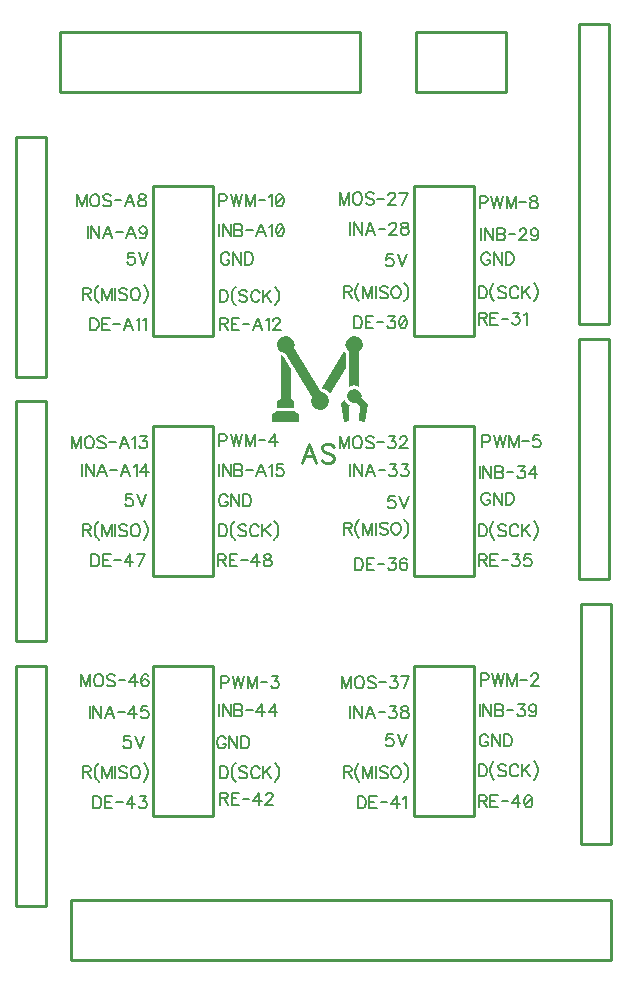
<source format=gto>
G04 DipTrace 3.0.0.1*
G04 arm_arduino_shield_lay_V9.GTO*
%MOIN*%
G04 #@! TF.FileFunction,Legend,Top*
G04 #@! TF.Part,Single*
%ADD10C,0.009843*%
%ADD35C,0.006176*%
%ADD36C,0.009264*%
%FSLAX26Y26*%
G04*
G70*
G90*
G75*
G01*
G04 TopSilk*
%LPD*%
X550273Y2350414D2*
D10*
X450272D1*
Y1550487D1*
X550273D1*
Y2350414D1*
X550271Y1469071D2*
X450269D1*
Y669144D1*
X550271D1*
Y1469071D1*
X2331715Y875342D2*
X2431717D1*
Y1675269D1*
X2331715D1*
Y875342D1*
X2431717Y487776D2*
X631717D1*
Y687776D1*
X2431717D1*
Y487776D1*
X1106567Y3069276D2*
X906567D1*
Y2569276D1*
X1106567D1*
Y3069276D1*
X1975408D2*
X1775408D1*
Y2569276D1*
X1975408D1*
Y3069276D1*
X1106500Y2269010D2*
X906500D1*
Y1769010D1*
X1106500D1*
Y2269010D1*
X1975249D2*
X1775249D1*
Y1769010D1*
X1975249D1*
Y2269010D1*
X1106500Y1469004D2*
X906500D1*
Y969004D1*
X1106500D1*
Y1469004D1*
X1975249D2*
X1775249D1*
Y969004D1*
X1975249D1*
Y1469004D1*
X550271Y3231756D2*
X450269D1*
Y2431829D1*
X550271D1*
Y3231756D1*
X2325464Y2606717D2*
X2425466D1*
Y3606758D1*
X2325464D1*
Y2606717D1*
Y1756685D2*
X2425466D1*
Y2556612D1*
X2325464D1*
Y1756685D1*
X2081680Y3381829D2*
X1781680D1*
Y3581829D1*
X2081680D1*
Y3381829D1*
G36*
X1302870Y2282463D2*
Y2306463D1*
X1319870Y2316463D1*
X1376870D1*
X1393870Y2306463D1*
Y2282463D1*
D1*
X1302870D1*
G37*
G36*
X1319870Y2328463D2*
Y2350463D1*
X1330870Y2357463D1*
Y2503463D1*
X1338870Y2501463D1*
X1365870Y2458463D1*
Y2357463D1*
X1376870Y2350463D1*
Y2328463D1*
X1319870D1*
G37*
G36*
X1345870Y2510463D2*
X1333870Y2514463D1*
X1322870Y2524463D1*
X1318870Y2539463D1*
X1322870Y2554463D1*
X1333870Y2565463D1*
X1347870Y2569463D1*
X1362870Y2565463D1*
X1373870Y2554463D1*
X1377870Y2539463D1*
X1374870Y2528463D1*
X1465870Y2380463D1*
X1477870Y2376463D1*
X1488870Y2365463D1*
X1492870Y2350463D1*
X1488870Y2336463D1*
X1477870Y2325463D1*
X1462870Y2321463D1*
X1447870Y2325463D1*
X1436870Y2336463D1*
X1432870Y2351463D1*
X1435870Y2363463D1*
X1345870Y2510463D1*
G37*
G36*
X1468870Y2395463D2*
X1471870Y2390463D1*
X1484870Y2386463D1*
X1495870Y2373463D1*
X1548870Y2461463D1*
Y2512463D1*
X1542870Y2517463D1*
D1*
X1468870Y2395463D1*
G37*
G36*
X1559870Y2516463D2*
X1551870Y2524463D1*
X1546870Y2539463D1*
X1550870Y2554463D1*
X1561870Y2565463D1*
X1576870Y2569463D1*
X1591870Y2565463D1*
X1602870Y2554463D1*
X1606870Y2539463D1*
X1602870Y2525463D1*
X1593870Y2516463D1*
Y2399463D1*
X1576870Y2404463D1*
X1559870Y2399463D1*
Y2516463D1*
G37*
G36*
X1545870Y2356463D2*
X1546870Y2351463D1*
X1558870Y2338463D1*
X1562870Y2337463D1*
X1559870Y2334463D1*
Y2285463D1*
X1542870Y2282463D1*
X1530870Y2342463D1*
X1545870Y2356463D1*
G37*
G36*
X1556870Y2380463D2*
X1553870Y2368463D1*
X1556870Y2356463D1*
X1565870Y2347463D1*
X1576870Y2344463D1*
X1582870Y2346463D1*
X1594870Y2333463D1*
X1593870Y2285463D1*
X1611870Y2282463D1*
X1622870Y2342463D1*
X1599870Y2365463D1*
X1600870Y2369463D1*
X1597870Y2379463D1*
X1588870Y2388463D1*
X1576870Y2391463D1*
X1564870Y2388463D1*
X1556870Y2380463D1*
G37*
X593963Y3581531D2*
D10*
X1593963D1*
Y3381542D1*
X593963D1*
Y3581531D1*
X1125335Y3019003D2*
D35*
X1142579D1*
X1148282Y3020904D1*
X1150228Y3022850D1*
X1152129Y3026653D1*
Y3032401D1*
X1150228Y3036203D1*
X1148282Y3038149D1*
X1142579Y3040050D1*
X1125335D1*
Y2999858D1*
X1164481Y3040050D2*
X1174075Y2999858D1*
X1183626Y3040050D1*
X1193177Y2999858D1*
X1202771Y3040050D1*
X1245720Y2999858D2*
Y3040050D1*
X1230421Y2999858D1*
X1215123Y3040050D1*
Y2999858D1*
X1258071Y3019932D2*
X1280179D1*
X1292531Y3032356D2*
X1296377Y3034302D1*
X1302125Y3040006D1*
Y2999858D1*
X1325973Y3040006D2*
X1320225Y3038104D1*
X1316378Y3032356D1*
X1314477Y3022806D1*
Y3017058D1*
X1316378Y3007507D1*
X1320225Y3001759D1*
X1325973Y2999858D1*
X1329775D1*
X1335523Y3001759D1*
X1339326Y3007507D1*
X1341271Y3017058D1*
Y3022806D1*
X1339326Y3032356D1*
X1335523Y3038104D1*
X1329775Y3040006D1*
X1325973D1*
X1339326Y3032356D2*
X1316378Y3007507D1*
X842000Y2846235D2*
X822899D1*
X820998Y2829035D1*
X822899Y2830937D1*
X828647Y2832882D1*
X834351D1*
X840099Y2830937D1*
X843946Y2827134D1*
X845847Y2821386D1*
Y2817584D1*
X843946Y2811836D1*
X840099Y2807989D1*
X834351Y2806087D1*
X828647D1*
X822899Y2807989D1*
X820998Y2809934D1*
X819052Y2813737D1*
X858198Y2846280D2*
X873497Y2806087D1*
X888796Y2846280D1*
X1160281Y2836729D2*
X1158380Y2840531D1*
X1154533Y2844378D1*
X1150731Y2846280D1*
X1143081D1*
X1139235Y2844378D1*
X1135432Y2840531D1*
X1133486Y2836729D1*
X1131585Y2830981D1*
Y2821386D1*
X1133486Y2815682D1*
X1135432Y2811836D1*
X1139235Y2808033D1*
X1143081Y2806087D1*
X1150731D1*
X1154533Y2808033D1*
X1158380Y2811836D1*
X1160281Y2815682D1*
Y2821386D1*
X1150731D1*
X1199427Y2846280D2*
Y2806087D1*
X1172633Y2846280D1*
Y2806087D1*
X1211779Y2846280D2*
Y2806087D1*
X1225176D1*
X1230924Y2808033D1*
X1234771Y2811836D1*
X1236672Y2815682D1*
X1238573Y2821386D1*
Y2830981D1*
X1236672Y2836729D1*
X1234771Y2840531D1*
X1230924Y2844378D1*
X1225176Y2846280D1*
X1211779D1*
X1125335Y2218919D2*
X1142579D1*
X1148282Y2220820D1*
X1150228Y2222766D1*
X1152129Y2226569D1*
Y2232317D1*
X1150228Y2236119D1*
X1148282Y2238065D1*
X1142579Y2239966D1*
X1125335D1*
Y2199774D1*
X1164481Y2239966D2*
X1174075Y2199774D1*
X1183626Y2239966D1*
X1193177Y2199774D1*
X1202771Y2239966D1*
X1245720Y2199774D2*
Y2239966D1*
X1230421Y2199774D1*
X1215123Y2239966D1*
Y2199774D1*
X1258071Y2219848D2*
X1280179D1*
X1311676Y2199774D2*
Y2239922D1*
X1292531Y2213171D1*
X1321227D1*
X1131585Y1412585D2*
X1148829D1*
X1154533Y1414486D1*
X1156479Y1416431D1*
X1158380Y1420234D1*
Y1425982D1*
X1156479Y1429784D1*
X1154533Y1431730D1*
X1148829Y1433631D1*
X1131585D1*
Y1393439D1*
X1170731Y1433631D2*
X1180326Y1393439D1*
X1189877Y1433631D1*
X1199427Y1393439D1*
X1209022Y1433631D1*
X1251971Y1393439D2*
Y1433631D1*
X1236672Y1393439D1*
X1221373Y1433631D1*
Y1393439D1*
X1264322Y1413513D2*
X1286430D1*
X1302628Y1433587D2*
X1323630D1*
X1312179Y1418288D1*
X1317927D1*
X1321729Y1416387D1*
X1323630Y1414486D1*
X1325576Y1408738D1*
Y1404935D1*
X1323630Y1399187D1*
X1319828Y1395340D1*
X1314080Y1393439D1*
X1308332D1*
X1302628Y1395340D1*
X1300727Y1397286D1*
X1298781Y1401089D1*
X1994176Y3012753D2*
X2011420D1*
X2017124Y3014654D1*
X2019069Y3016599D1*
X2020970Y3020402D1*
Y3026150D1*
X2019069Y3029952D1*
X2017124Y3031898D1*
X2011420Y3033799D1*
X1994176D1*
Y2993607D1*
X2033322Y3033799D2*
X2042917Y2993607D1*
X2052467Y3033799D1*
X2062018Y2993607D1*
X2071613Y3033799D1*
X2114561Y2993607D2*
Y3033799D1*
X2099263Y2993607D1*
X2083964Y3033799D1*
Y2993607D1*
X2126913Y3013681D2*
X2149020D1*
X2170922Y3033755D2*
X2165219Y3031854D1*
X2163273Y3028051D1*
Y3024204D1*
X2165219Y3020402D1*
X2169021Y3018456D1*
X2176670Y3016555D1*
X2182418Y3014654D1*
X2186221Y3010807D1*
X2188122Y3007005D1*
Y3001256D1*
X2186221Y2997454D1*
X2184320Y2995508D1*
X2178572Y2993607D1*
X2170922D1*
X2165219Y2995508D1*
X2163273Y2997454D1*
X2161372Y3001256D1*
Y3007005D1*
X2163273Y3010807D1*
X2167120Y3014654D1*
X2172824Y3016555D1*
X2180473Y3018456D1*
X2184320Y3020402D1*
X2186221Y3024204D1*
Y3028051D1*
X2184320Y3031854D1*
X2178572Y3033755D1*
X2170922D1*
X2003514Y2215831D2*
X2020758D1*
X2026462Y2217733D1*
X2028408Y2219678D1*
X2030309Y2223481D1*
Y2229229D1*
X2028408Y2233031D1*
X2026462Y2234977D1*
X2020758Y2236878D1*
X2003514D1*
Y2196686D1*
X2042660Y2236878D2*
X2052255Y2196686D1*
X2061806Y2236878D1*
X2071356Y2196686D1*
X2080951Y2236878D1*
X2123900Y2196686D2*
Y2236878D1*
X2108601Y2196686D1*
X2093303Y2236878D1*
Y2196686D1*
X2136251Y2216760D2*
X2158359D1*
X2193658Y2236834D2*
X2174557D1*
X2172656Y2219634D1*
X2174557Y2221535D1*
X2180305Y2223481D1*
X2186009D1*
X2191757Y2221535D1*
X2195604Y2217733D1*
X2197505Y2211985D1*
Y2208182D1*
X2195604Y2202434D1*
X2191757Y2198587D1*
X2186009Y2196686D1*
X2180305D1*
X2174557Y2198587D1*
X2172656Y2200533D1*
X2170710Y2204335D1*
X1997264Y1421998D2*
X2014508D1*
X2020212Y1423899D1*
X2022157Y1425845D1*
X2024058Y1429647D1*
Y1435395D1*
X2022157Y1439198D1*
X2020212Y1441143D1*
X2014508Y1443045D1*
X1997264D1*
Y1402853D1*
X2036410Y1443045D2*
X2046005Y1402853D1*
X2055555Y1443045D1*
X2065106Y1402853D1*
X2074701Y1443045D1*
X2117649Y1402853D2*
Y1443045D1*
X2102351Y1402853D1*
X2087052Y1443045D1*
Y1402853D1*
X2130001Y1422926D2*
X2152108D1*
X2166405Y1433450D2*
Y1435351D1*
X2168306Y1439198D1*
X2170208Y1441099D1*
X2174055Y1443000D1*
X2181704D1*
X2185506Y1441099D1*
X2187408Y1439198D1*
X2189353Y1435351D1*
Y1431549D1*
X2187408Y1427702D1*
X2183605Y1421998D1*
X2164460Y1402853D1*
X2191254D1*
X1154031Y2030394D2*
X1152129Y2034197D1*
X1148282Y2038044D1*
X1144480Y2039945D1*
X1136831D1*
X1132984Y2038044D1*
X1129181Y2034197D1*
X1127236Y2030394D1*
X1125335Y2024646D1*
Y2015051D1*
X1127236Y2009348D1*
X1129181Y2005501D1*
X1132984Y2001698D1*
X1136831Y1999753D1*
X1144480D1*
X1148282Y2001698D1*
X1152129Y2005501D1*
X1154031Y2009348D1*
Y2015051D1*
X1144480D1*
X1193177Y2039945D2*
Y1999753D1*
X1166382Y2039945D1*
Y1999753D1*
X1205528Y2039945D2*
Y1999753D1*
X1218925D1*
X1224673Y2001698D1*
X1228520Y2005501D1*
X1230421Y2009348D1*
X1232323Y2015051D1*
Y2024646D1*
X1230421Y2030394D1*
X1228520Y2034197D1*
X1224673Y2038044D1*
X1218925Y2039945D1*
X1205528D1*
X1147780Y1224060D2*
X1145879Y1227862D1*
X1142032Y1231709D1*
X1138229Y1233610D1*
X1130580D1*
X1126733Y1231709D1*
X1122931Y1227862D1*
X1120985Y1224060D1*
X1119084Y1218312D1*
Y1208717D1*
X1120985Y1203013D1*
X1122931Y1199166D1*
X1126733Y1195364D1*
X1130580Y1193418D1*
X1138229D1*
X1142032Y1195364D1*
X1145879Y1199166D1*
X1147780Y1203013D1*
Y1208717D1*
X1138229D1*
X1186926Y1233610D2*
Y1193418D1*
X1160131Y1233610D1*
Y1193418D1*
X1199277Y1233610D2*
Y1193418D1*
X1212675D1*
X1218423Y1195364D1*
X1222269Y1199166D1*
X1224171Y1203013D1*
X1226072Y1208717D1*
Y1218312D1*
X1224171Y1224060D1*
X1222269Y1227862D1*
X1218423Y1231709D1*
X1212675Y1233610D1*
X1199277D1*
X2022872Y1230310D2*
X2020970Y1234113D1*
X2017124Y1237960D1*
X2013321Y1239861D1*
X2005672D1*
X2001825Y1237960D1*
X1998023Y1234113D1*
X1996077Y1230310D1*
X1994176Y1224562D1*
Y1214967D1*
X1996077Y1209264D1*
X1998023Y1205417D1*
X2001825Y1201614D1*
X2005672Y1199669D1*
X2013321D1*
X2017124Y1201614D1*
X2020970Y1205417D1*
X2022872Y1209264D1*
Y1214967D1*
X2013321D1*
X2062018Y1239861D2*
Y1199669D1*
X2035223Y1239861D1*
Y1199669D1*
X2074369Y1239861D2*
Y1199669D1*
X2087767D1*
X2093515Y1201614D1*
X2097361Y1205417D1*
X2099263Y1209264D1*
X2101164Y1214967D1*
Y1224562D1*
X2099263Y1230310D1*
X2097361Y1234113D1*
X2093515Y1237960D1*
X2087767Y1239861D1*
X2074369D1*
X2029122Y2036645D2*
X2027221Y2040447D1*
X2023374Y2044294D1*
X2019572Y2046196D1*
X2011922D1*
X2008076Y2044294D1*
X2004273Y2040447D1*
X2002328Y2036645D1*
X2000426Y2030897D1*
Y2021302D1*
X2002328Y2015598D1*
X2004273Y2011752D1*
X2008076Y2007949D1*
X2011922Y2006004D1*
X2019572D1*
X2023374Y2007949D1*
X2027221Y2011752D1*
X2029122Y2015598D1*
Y2021302D1*
X2019572D1*
X2068268Y2046196D2*
Y2006004D1*
X2041474Y2046196D1*
Y2006004D1*
X2080620Y2046196D2*
Y2006004D1*
X2094017D1*
X2099765Y2007949D1*
X2103612Y2011752D1*
X2105513Y2015598D1*
X2107415Y2021302D1*
Y2030897D1*
X2105513Y2036645D1*
X2103612Y2040447D1*
X2099765Y2044294D1*
X2094017Y2046196D1*
X2080620D1*
X2029122Y2836729D2*
X2027221Y2840531D1*
X2023374Y2844378D1*
X2019572Y2846280D1*
X2011922D1*
X2008076Y2844378D1*
X2004273Y2840531D1*
X2002328Y2836729D1*
X2000426Y2830981D1*
Y2821386D1*
X2002328Y2815682D1*
X2004273Y2811836D1*
X2008076Y2808033D1*
X2011922Y2806087D1*
X2019572D1*
X2023374Y2808033D1*
X2027221Y2811836D1*
X2029122Y2815682D1*
Y2821386D1*
X2019572D1*
X2068268Y2846280D2*
Y2806087D1*
X2041474Y2846280D1*
Y2806087D1*
X2080620Y2846280D2*
Y2806087D1*
X2094017D1*
X2099765Y2808033D1*
X2103612Y2811836D1*
X2105513Y2815682D1*
X2107415Y2821386D1*
Y2830981D1*
X2105513Y2836729D1*
X2103612Y2840531D1*
X2099765Y2844378D1*
X2094017Y2846280D1*
X2080620D1*
X1128422Y1133600D2*
Y1093408D1*
X1141820D1*
X1147568Y1095353D1*
X1151415Y1099156D1*
X1153316Y1103002D1*
X1155217Y1108706D1*
Y1118301D1*
X1153316Y1124049D1*
X1151415Y1127852D1*
X1147568Y1131698D1*
X1141820Y1133600D1*
X1128422D1*
X1180966Y1144079D2*
X1177119Y1140276D1*
X1173317Y1134528D1*
X1169470Y1126879D1*
X1167569Y1117284D1*
Y1109635D1*
X1169470Y1100084D1*
X1173317Y1092435D1*
X1177119Y1086687D1*
X1180966Y1082884D1*
X1220112Y1127852D2*
X1216309Y1131698D1*
X1210561Y1133600D1*
X1202912D1*
X1197164Y1131698D1*
X1193317Y1127852D1*
Y1124049D1*
X1195263Y1120202D1*
X1197164Y1118301D1*
X1200967Y1116400D1*
X1212463Y1112553D1*
X1216309Y1110652D1*
X1218211Y1108706D1*
X1220112Y1104904D1*
Y1099156D1*
X1216309Y1095353D1*
X1210561Y1093408D1*
X1202912D1*
X1197164Y1095353D1*
X1193317Y1099156D1*
X1261159Y1124049D2*
X1259258Y1127852D1*
X1255411Y1131698D1*
X1251609Y1133600D1*
X1243959D1*
X1240113Y1131698D1*
X1236310Y1127852D1*
X1234365Y1124049D1*
X1232463Y1118301D1*
Y1108706D1*
X1234365Y1103002D1*
X1236310Y1099156D1*
X1240113Y1095353D1*
X1243959Y1093408D1*
X1251609D1*
X1255411Y1095353D1*
X1259258Y1099156D1*
X1261159Y1103002D1*
X1273511Y1133600D2*
Y1093408D1*
X1300305Y1133600D2*
X1273511Y1106805D1*
X1283061Y1116400D2*
X1300305Y1093408D1*
X1312657Y1144079D2*
X1316504Y1140276D1*
X1320306Y1134528D1*
X1324153Y1126879D1*
X1326054Y1117284D1*
Y1109635D1*
X1324153Y1100084D1*
X1320306Y1092435D1*
X1316504Y1086687D1*
X1312657Y1082884D1*
X1125335Y1939934D2*
Y1899742D1*
X1138732D1*
X1144480Y1901688D1*
X1148327Y1905490D1*
X1150228Y1909337D1*
X1152129Y1915041D1*
Y1924636D1*
X1150228Y1930384D1*
X1148327Y1934186D1*
X1144480Y1938033D1*
X1138732Y1939934D1*
X1125335D1*
X1177878Y1950413D2*
X1174031Y1946611D1*
X1170229Y1940863D1*
X1166382Y1933214D1*
X1164481Y1923619D1*
Y1915969D1*
X1166382Y1906419D1*
X1170229Y1898770D1*
X1174031Y1893022D1*
X1177878Y1889219D1*
X1217024Y1934186D2*
X1213221Y1938033D1*
X1207473Y1939934D1*
X1199824D1*
X1194076Y1938033D1*
X1190229Y1934186D1*
Y1930384D1*
X1192175Y1926537D1*
X1194076Y1924636D1*
X1197879Y1922734D1*
X1209375Y1918888D1*
X1213221Y1916986D1*
X1215123Y1915041D1*
X1217024Y1911238D1*
Y1905490D1*
X1213221Y1901688D1*
X1207473Y1899742D1*
X1199824D1*
X1194076Y1901688D1*
X1190229Y1905490D1*
X1258071Y1930384D2*
X1256170Y1934186D1*
X1252323Y1938033D1*
X1248521Y1939934D1*
X1240871D1*
X1237025Y1938033D1*
X1233222Y1934186D1*
X1231277Y1930384D1*
X1229375Y1924636D1*
Y1915041D1*
X1231277Y1909337D1*
X1233222Y1905490D1*
X1237025Y1901688D1*
X1240871Y1899742D1*
X1248521D1*
X1252323Y1901688D1*
X1256170Y1905490D1*
X1258071Y1909337D1*
X1270423Y1939934D2*
Y1899742D1*
X1297217Y1939934D2*
X1270423Y1913140D1*
X1279973Y1922734D2*
X1297217Y1899742D1*
X1309569Y1950413D2*
X1313416Y1946611D1*
X1317218Y1940863D1*
X1321065Y1933214D1*
X1322966Y1923619D1*
Y1915969D1*
X1321065Y1906419D1*
X1317218Y1898770D1*
X1313416Y1893022D1*
X1309569Y1889219D1*
X1128422Y2721266D2*
Y2681074D1*
X1141820D1*
X1147568Y2683020D1*
X1151415Y2686822D1*
X1153316Y2690669D1*
X1155217Y2696373D1*
Y2705968D1*
X1153316Y2711716D1*
X1151415Y2715518D1*
X1147568Y2719365D1*
X1141820Y2721266D1*
X1128422D1*
X1180966Y2731745D2*
X1177119Y2727943D1*
X1173317Y2722195D1*
X1169470Y2714546D1*
X1167569Y2704951D1*
Y2697302D1*
X1169470Y2687751D1*
X1173317Y2680102D1*
X1177119Y2674354D1*
X1180966Y2670551D1*
X1220112Y2715518D2*
X1216309Y2719365D1*
X1210561Y2721266D1*
X1202912D1*
X1197164Y2719365D1*
X1193317Y2715518D1*
Y2711716D1*
X1195263Y2707869D1*
X1197164Y2705968D1*
X1200967Y2704067D1*
X1212463Y2700220D1*
X1216309Y2698318D1*
X1218211Y2696373D1*
X1220112Y2692570D1*
Y2686822D1*
X1216309Y2683020D1*
X1210561Y2681074D1*
X1202912D1*
X1197164Y2683020D1*
X1193317Y2686822D1*
X1261159Y2711716D2*
X1259258Y2715518D1*
X1255411Y2719365D1*
X1251609Y2721266D1*
X1243959D1*
X1240113Y2719365D1*
X1236310Y2715518D1*
X1234365Y2711716D1*
X1232463Y2705968D1*
Y2696373D1*
X1234365Y2690669D1*
X1236310Y2686822D1*
X1240113Y2683020D1*
X1243959Y2681074D1*
X1251609D1*
X1255411Y2683020D1*
X1259258Y2686822D1*
X1261159Y2690669D1*
X1273511Y2721266D2*
Y2681074D1*
X1300305Y2721266D2*
X1273511Y2694472D1*
X1283061Y2704067D2*
X1300305Y2681074D1*
X1312657Y2731745D2*
X1316504Y2727943D1*
X1320306Y2722195D1*
X1324153Y2714546D1*
X1326054Y2704951D1*
Y2697302D1*
X1324153Y2687751D1*
X1320306Y2680102D1*
X1316504Y2674354D1*
X1312657Y2670551D1*
X1991013Y2733768D2*
Y2693576D1*
X2004410D1*
X2010158Y2695521D1*
X2014005Y2699324D1*
X2015906Y2703170D1*
X2017808Y2708874D1*
Y2718469D1*
X2015906Y2724217D1*
X2014005Y2728020D1*
X2010158Y2731866D1*
X2004410Y2733768D1*
X1991013D1*
X2043556Y2744247D2*
X2039710Y2740444D1*
X2035907Y2734696D1*
X2032060Y2727047D1*
X2030159Y2717452D1*
Y2709803D1*
X2032060Y2700252D1*
X2035907Y2692603D1*
X2039710Y2686855D1*
X2043556Y2683052D1*
X2082703Y2728020D2*
X2078900Y2731866D1*
X2073152Y2733768D1*
X2065503D1*
X2059755Y2731866D1*
X2055908Y2728020D1*
Y2724217D1*
X2057853Y2720370D1*
X2059755Y2718469D1*
X2063557Y2716568D1*
X2075053Y2712721D1*
X2078900Y2710820D1*
X2080801Y2708874D1*
X2082703Y2705072D1*
Y2699324D1*
X2078900Y2695521D1*
X2073152Y2693576D1*
X2065503D1*
X2059755Y2695521D1*
X2055908Y2699324D1*
X2123750Y2724217D2*
X2121849Y2728020D1*
X2118002Y2731866D1*
X2114199Y2733768D1*
X2106550D1*
X2102703Y2731866D1*
X2098901Y2728020D1*
X2096955Y2724217D1*
X2095054Y2718469D1*
Y2708874D1*
X2096955Y2703170D1*
X2098901Y2699324D1*
X2102703Y2695521D1*
X2106550Y2693576D1*
X2114199D1*
X2118002Y2695521D1*
X2121849Y2699324D1*
X2123750Y2703170D1*
X2136101Y2733768D2*
Y2693576D1*
X2162896Y2733768D2*
X2136101Y2706973D1*
X2145652Y2716568D2*
X2162896Y2693576D1*
X2175247Y2744247D2*
X2179094Y2740444D1*
X2182897Y2734696D1*
X2186743Y2727047D1*
X2188645Y2717452D1*
Y2709803D1*
X2186743Y2700252D1*
X2182897Y2692603D1*
X2179094Y2686855D1*
X2175247Y2683052D1*
X1991013Y1939934D2*
Y1899742D1*
X2004410D1*
X2010158Y1901688D1*
X2014005Y1905490D1*
X2015906Y1909337D1*
X2017808Y1915041D1*
Y1924636D1*
X2015906Y1930384D1*
X2014005Y1934186D1*
X2010158Y1938033D1*
X2004410Y1939934D1*
X1991013D1*
X2043556Y1950413D2*
X2039710Y1946611D1*
X2035907Y1940863D1*
X2032060Y1933214D1*
X2030159Y1923619D1*
Y1915969D1*
X2032060Y1906419D1*
X2035907Y1898770D1*
X2039710Y1893022D1*
X2043556Y1889219D1*
X2082703Y1934186D2*
X2078900Y1938033D1*
X2073152Y1939934D1*
X2065503D1*
X2059755Y1938033D1*
X2055908Y1934186D1*
Y1930384D1*
X2057853Y1926537D1*
X2059755Y1924636D1*
X2063557Y1922734D1*
X2075053Y1918888D1*
X2078900Y1916986D1*
X2080801Y1915041D1*
X2082703Y1911238D1*
Y1905490D1*
X2078900Y1901688D1*
X2073152Y1899742D1*
X2065503D1*
X2059755Y1901688D1*
X2055908Y1905490D1*
X2123750Y1930384D2*
X2121849Y1934186D1*
X2118002Y1938033D1*
X2114199Y1939934D1*
X2106550D1*
X2102703Y1938033D1*
X2098901Y1934186D1*
X2096955Y1930384D1*
X2095054Y1924636D1*
Y1915041D1*
X2096955Y1909337D1*
X2098901Y1905490D1*
X2102703Y1901688D1*
X2106550Y1899742D1*
X2114199D1*
X2118002Y1901688D1*
X2121849Y1905490D1*
X2123750Y1909337D1*
X2136101Y1939934D2*
Y1899742D1*
X2162896Y1939934D2*
X2136101Y1913140D1*
X2145652Y1922734D2*
X2162896Y1899742D1*
X2175247Y1950413D2*
X2179094Y1946611D1*
X2182897Y1940863D1*
X2186743Y1933214D1*
X2188645Y1923619D1*
Y1915969D1*
X2186743Y1906419D1*
X2182897Y1898770D1*
X2179094Y1893022D1*
X2175247Y1889219D1*
X1991013Y1139850D2*
Y1099658D1*
X2004410D1*
X2010158Y1101604D1*
X2014005Y1105406D1*
X2015906Y1109253D1*
X2017808Y1114957D1*
Y1124552D1*
X2015906Y1130300D1*
X2014005Y1134102D1*
X2010158Y1137949D1*
X2004410Y1139850D1*
X1991013D1*
X2043556Y1150329D2*
X2039710Y1146527D1*
X2035907Y1140779D1*
X2032060Y1133130D1*
X2030159Y1123535D1*
Y1115886D1*
X2032060Y1106335D1*
X2035907Y1098686D1*
X2039710Y1092938D1*
X2043556Y1089135D1*
X2082703Y1134102D2*
X2078900Y1137949D1*
X2073152Y1139850D1*
X2065503D1*
X2059755Y1137949D1*
X2055908Y1134102D1*
Y1130300D1*
X2057853Y1126453D1*
X2059755Y1124552D1*
X2063557Y1122650D1*
X2075053Y1118804D1*
X2078900Y1116902D1*
X2080801Y1114957D1*
X2082703Y1111154D1*
Y1105406D1*
X2078900Y1101604D1*
X2073152Y1099658D1*
X2065503D1*
X2059755Y1101604D1*
X2055908Y1105406D1*
X2123750Y1130300D2*
X2121849Y1134102D1*
X2118002Y1137949D1*
X2114199Y1139850D1*
X2106550D1*
X2102703Y1137949D1*
X2098901Y1134102D1*
X2096955Y1130300D1*
X2095054Y1124552D1*
Y1114957D1*
X2096955Y1109253D1*
X2098901Y1105406D1*
X2102703Y1101604D1*
X2106550Y1099658D1*
X2114199D1*
X2118002Y1101604D1*
X2121849Y1105406D1*
X2123750Y1109253D1*
X2136101Y1139850D2*
Y1099658D1*
X2162896Y1139850D2*
X2136101Y1113056D1*
X2145652Y1122650D2*
X2162896Y1099658D1*
X2175247Y1150329D2*
X2179094Y1146527D1*
X2182897Y1140779D1*
X2186743Y1133130D1*
X2188645Y1123535D1*
Y1115886D1*
X2186743Y1106335D1*
X2182897Y1098686D1*
X2179094Y1092938D1*
X2175247Y1089135D1*
X696471Y1399690D2*
Y1439882D1*
X681173Y1399690D1*
X665874Y1439882D1*
Y1399690D1*
X720319Y1439882D2*
X716472Y1437981D1*
X712669Y1434134D1*
X710724Y1430331D1*
X708823Y1424583D1*
Y1414988D1*
X710724Y1409285D1*
X712669Y1405438D1*
X716472Y1401635D1*
X720319Y1399690D1*
X727968D1*
X731770Y1401635D1*
X735617Y1405438D1*
X737518Y1409285D1*
X739420Y1414988D1*
Y1424583D1*
X737518Y1430331D1*
X735617Y1434134D1*
X731770Y1437981D1*
X727968Y1439882D1*
X720319D1*
X778566Y1434134D2*
X774763Y1437981D1*
X769015Y1439882D1*
X761366D1*
X755618Y1437981D1*
X751771Y1434134D1*
Y1430331D1*
X753717Y1426485D1*
X755618Y1424583D1*
X759420Y1422682D1*
X770917Y1418835D1*
X774763Y1416934D1*
X776665Y1414988D1*
X778566Y1411186D1*
Y1405438D1*
X774763Y1401635D1*
X769015Y1399690D1*
X761366D1*
X755618Y1401635D1*
X751771Y1405438D1*
X790917Y1419764D2*
X813025D1*
X844522Y1399690D2*
Y1439838D1*
X825376Y1413087D1*
X854072D1*
X889372Y1434134D2*
X887470Y1437936D1*
X881722Y1439838D1*
X877920D1*
X872172Y1437936D1*
X868325Y1432188D1*
X866424Y1422638D1*
Y1413087D1*
X868325Y1405438D1*
X872172Y1401591D1*
X877920Y1399690D1*
X879821D1*
X885525Y1401591D1*
X889372Y1405438D1*
X891273Y1411186D1*
Y1413087D1*
X889372Y1418835D1*
X885525Y1422638D1*
X879821Y1424539D1*
X877920D1*
X872172Y1422638D1*
X868325Y1418835D1*
X866424Y1413087D1*
X1565312Y1393439D2*
Y1433631D1*
X1550014Y1393439D1*
X1534715Y1433631D1*
Y1393439D1*
X1589160Y1433631D2*
X1585313Y1431730D1*
X1581511Y1427883D1*
X1579565Y1424081D1*
X1577664Y1418333D1*
Y1408738D1*
X1579565Y1403034D1*
X1581511Y1399187D1*
X1585313Y1395385D1*
X1589160Y1393439D1*
X1596809D1*
X1600612Y1395385D1*
X1604458Y1399187D1*
X1606360Y1403034D1*
X1608261Y1408738D1*
Y1418333D1*
X1606360Y1424081D1*
X1604458Y1427883D1*
X1600612Y1431730D1*
X1596809Y1433631D1*
X1589160D1*
X1647407Y1427883D2*
X1643604Y1431730D1*
X1637856Y1433631D1*
X1630207D1*
X1624459Y1431730D1*
X1620612Y1427883D1*
Y1424081D1*
X1622558Y1420234D1*
X1624459Y1418333D1*
X1628262Y1416431D1*
X1639758Y1412585D1*
X1643604Y1410683D1*
X1645506Y1408738D1*
X1647407Y1404935D1*
Y1399187D1*
X1643604Y1395385D1*
X1637856Y1393439D1*
X1630207D1*
X1624459Y1395385D1*
X1620612Y1399187D1*
X1659758Y1413513D2*
X1681866D1*
X1698064Y1433587D2*
X1719067D1*
X1707615Y1418288D1*
X1713363D1*
X1717166Y1416387D1*
X1719067Y1414486D1*
X1721012Y1408738D1*
Y1404935D1*
X1719067Y1399187D1*
X1715264Y1395340D1*
X1709516Y1393439D1*
X1703768D1*
X1698064Y1395340D1*
X1696163Y1397286D1*
X1694218Y1401089D1*
X1741013Y1393439D2*
X1760158Y1433587D1*
X1733364D1*
X1559062Y2193523D2*
Y2233715D1*
X1543763Y2193523D1*
X1528464Y2233715D1*
Y2193523D1*
X1582909Y2233715D2*
X1579062Y2231814D1*
X1575260Y2227967D1*
X1573314Y2224165D1*
X1571413Y2218417D1*
Y2208822D1*
X1573314Y2203118D1*
X1575260Y2199271D1*
X1579062Y2195469D1*
X1582909Y2193523D1*
X1590558D1*
X1594361Y2195469D1*
X1598208Y2199271D1*
X1600109Y2203118D1*
X1602010Y2208822D1*
Y2218417D1*
X1600109Y2224165D1*
X1598208Y2227967D1*
X1594361Y2231814D1*
X1590558Y2233715D1*
X1582909D1*
X1641156Y2227967D2*
X1637354Y2231814D1*
X1631606Y2233715D1*
X1623957D1*
X1618208Y2231814D1*
X1614362Y2227967D1*
Y2224165D1*
X1616307Y2220318D1*
X1618208Y2218417D1*
X1622011Y2216515D1*
X1633507Y2212669D1*
X1637354Y2210767D1*
X1639255Y2208822D1*
X1641156Y2205019D1*
Y2199271D1*
X1637354Y2195469D1*
X1631606Y2193523D1*
X1623957D1*
X1618208Y2195469D1*
X1614362Y2199271D1*
X1653508Y2213597D2*
X1675616D1*
X1691814Y2233671D2*
X1712816D1*
X1701364Y2218372D1*
X1707112D1*
X1710915Y2216471D1*
X1712816Y2214570D1*
X1714762Y2208822D1*
Y2205019D1*
X1712816Y2199271D1*
X1709014Y2195424D1*
X1703266Y2193523D1*
X1697518D1*
X1691814Y2195424D1*
X1689912Y2197370D1*
X1687967Y2201172D1*
X1729059Y2224120D2*
Y2226022D1*
X1730960Y2229868D1*
X1732861Y2231770D1*
X1736708Y2233671D1*
X1744357D1*
X1748160Y2231770D1*
X1750061Y2229868D1*
X1752006Y2226022D1*
Y2222219D1*
X1750061Y2218372D1*
X1746258Y2212669D1*
X1727113Y2193523D1*
X1753908D1*
X665218D2*
Y2233715D1*
X649919Y2193523D1*
X634621Y2233715D1*
Y2193523D1*
X689065Y2233715D2*
X685219Y2231814D1*
X681416Y2227967D1*
X679471Y2224165D1*
X677569Y2218417D1*
Y2208822D1*
X679471Y2203118D1*
X681416Y2199271D1*
X685219Y2195469D1*
X689065Y2193523D1*
X696715D1*
X700517Y2195469D1*
X704364Y2199271D1*
X706265Y2203118D1*
X708166Y2208822D1*
Y2218417D1*
X706265Y2224165D1*
X704364Y2227967D1*
X700517Y2231814D1*
X696715Y2233715D1*
X689065D1*
X747313Y2227967D2*
X743510Y2231814D1*
X737762Y2233715D1*
X730113D1*
X724365Y2231814D1*
X720518Y2227967D1*
Y2224165D1*
X722463Y2220318D1*
X724365Y2218417D1*
X728167Y2216515D1*
X739663Y2212669D1*
X743510Y2210767D1*
X745411Y2208822D1*
X747313Y2205019D1*
Y2199271D1*
X743510Y2195469D1*
X737762Y2193523D1*
X730113D1*
X724365Y2195469D1*
X720518Y2199271D1*
X759664Y2213597D2*
X781772D1*
X824765Y2193523D2*
X809422Y2233715D1*
X794123Y2193523D1*
X799871Y2206921D2*
X819017D1*
X837116Y2226022D2*
X840963Y2227967D1*
X846711Y2233671D1*
Y2193523D1*
X862909Y2233671D2*
X883911D1*
X872460Y2218372D1*
X878208D1*
X882010Y2216471D1*
X883911Y2214570D1*
X885857Y2208822D1*
Y2205019D1*
X883911Y2199271D1*
X880109Y2195424D1*
X874361Y2193523D1*
X868613D1*
X862909Y2195424D1*
X861008Y2197370D1*
X859062Y2201172D1*
X683970Y2999858D2*
Y3040050D1*
X668671Y2999858D1*
X653373Y3040050D1*
Y2999858D1*
X707817Y3040050D2*
X703971Y3038149D1*
X700168Y3034302D1*
X698223Y3030499D1*
X696321Y3024751D1*
Y3015156D1*
X698223Y3009453D1*
X700168Y3005606D1*
X703971Y3001803D1*
X707817Y2999858D1*
X715467D1*
X719269Y3001803D1*
X723116Y3005606D1*
X725017Y3009453D1*
X726918Y3015156D1*
Y3024751D1*
X725017Y3030499D1*
X723116Y3034302D1*
X719269Y3038149D1*
X715467Y3040050D1*
X707817D1*
X766065Y3034302D2*
X762262Y3038149D1*
X756514Y3040050D1*
X748865D1*
X743117Y3038149D1*
X739270Y3034302D1*
Y3030499D1*
X741215Y3026653D1*
X743117Y3024751D1*
X746919Y3022850D1*
X758415Y3019003D1*
X762262Y3017102D1*
X764163Y3015156D1*
X766065Y3011354D1*
Y3005606D1*
X762262Y3001803D1*
X756514Y2999858D1*
X748865D1*
X743117Y3001803D1*
X739270Y3005606D1*
X778416Y3019932D2*
X800524D1*
X843517Y2999858D2*
X828174Y3040050D1*
X812875Y2999858D1*
X818623Y3013255D2*
X837769D1*
X865419Y3040006D2*
X859715Y3038104D1*
X857769Y3034302D1*
Y3030455D1*
X859715Y3026653D1*
X863517Y3024707D1*
X871167Y3022806D1*
X876915Y3020904D1*
X880717Y3017058D1*
X882618Y3013255D1*
Y3007507D1*
X880717Y3003705D1*
X878816Y3001759D1*
X873068Y2999858D1*
X865419D1*
X859715Y3001759D1*
X857769Y3003705D1*
X855868Y3007507D1*
Y3013255D1*
X857769Y3017058D1*
X861616Y3020904D1*
X867320Y3022806D1*
X874969Y3024707D1*
X878816Y3026653D1*
X880717Y3030455D1*
Y3034302D1*
X878816Y3038104D1*
X873068Y3040006D1*
X865419D1*
X1704591Y2839985D2*
X1685490D1*
X1683588Y2822785D1*
X1685490Y2824686D1*
X1691238Y2826632D1*
X1696942D1*
X1702690Y2824686D1*
X1706536Y2820883D1*
X1708438Y2815135D1*
Y2811333D1*
X1706536Y2805585D1*
X1702690Y2801738D1*
X1696942Y2799837D1*
X1691238D1*
X1685490Y2801738D1*
X1683588Y2803684D1*
X1681643Y2807486D1*
X1720789Y2840029D2*
X1736088Y2799837D1*
X1751386Y2840029D1*
X835750Y2039901D2*
X816649D1*
X814747Y2022701D1*
X816649Y2024602D1*
X822397Y2026548D1*
X828100D1*
X833848Y2024602D1*
X837695Y2020799D1*
X839596Y2015051D1*
Y2011249D1*
X837695Y2005501D1*
X833848Y2001654D1*
X828100Y1999753D1*
X822397D1*
X816649Y2001654D1*
X814747Y2003600D1*
X812802Y2007402D1*
X851948Y2039945D2*
X867246Y1999753D1*
X882545Y2039945D1*
X1710842Y2033650D2*
X1691740D1*
X1689839Y2016450D1*
X1691740Y2018351D1*
X1697488Y2020297D1*
X1703192D1*
X1708940Y2018351D1*
X1712787Y2014549D1*
X1714688Y2008801D1*
Y2004998D1*
X1712787Y1999250D1*
X1708940Y1995403D1*
X1703192Y1993502D1*
X1697488D1*
X1691740Y1995403D1*
X1689839Y1997349D1*
X1687894Y2001152D1*
X1727040Y2033694D2*
X1742338Y1993502D1*
X1757637Y2033694D1*
X829499Y1233566D2*
X810398D1*
X808497Y1216366D1*
X810398Y1218267D1*
X816146Y1220213D1*
X821850D1*
X827598Y1218267D1*
X831445Y1214465D1*
X833346Y1208717D1*
Y1204914D1*
X831445Y1199166D1*
X827598Y1195319D1*
X821850Y1193418D1*
X816146D1*
X810398Y1195319D1*
X808497Y1197265D1*
X806551Y1201068D1*
X845697Y1233610D2*
X860996Y1193418D1*
X876294Y1233610D1*
X1704591Y1239817D2*
X1685490D1*
X1683588Y1222617D1*
X1685490Y1224518D1*
X1691238Y1226464D1*
X1696942D1*
X1702690Y1224518D1*
X1706536Y1220716D1*
X1708438Y1214967D1*
Y1211165D1*
X1706536Y1205417D1*
X1702690Y1201570D1*
X1696942Y1199669D1*
X1691238D1*
X1685490Y1201570D1*
X1683588Y1203516D1*
X1681643Y1207318D1*
X1720789Y1239861D2*
X1736088Y1199669D1*
X1751386Y1239861D1*
X672125Y1114454D2*
X689324D1*
X695073Y1116400D1*
X697018Y1118301D1*
X698919Y1122104D1*
Y1125950D1*
X697018Y1129753D1*
X695073Y1131698D1*
X689324Y1133600D1*
X672125D1*
Y1093408D1*
X685522Y1114454D2*
X698919Y1093408D1*
X724668Y1144079D2*
X720821Y1140276D1*
X717019Y1134528D1*
X713172Y1126879D1*
X711271Y1117284D1*
Y1109635D1*
X713172Y1100084D1*
X717019Y1092435D1*
X720821Y1086687D1*
X724668Y1082884D1*
X767617Y1093408D2*
Y1133600D1*
X752318Y1093408D1*
X737019Y1133600D1*
Y1093408D1*
X779968Y1133600D2*
Y1093408D1*
X819114Y1127852D2*
X815312Y1131698D1*
X809563Y1133600D1*
X801914D1*
X796166Y1131698D1*
X792319Y1127852D1*
Y1124049D1*
X794265Y1120202D1*
X796166Y1118301D1*
X799969Y1116400D1*
X811465Y1112553D1*
X815312Y1110652D1*
X817213Y1108706D1*
X819114Y1104904D1*
Y1099156D1*
X815312Y1095353D1*
X809563Y1093408D1*
X801914D1*
X796166Y1095353D1*
X792319Y1099156D1*
X842962Y1133600D2*
X839115Y1131698D1*
X835312Y1127852D1*
X833367Y1124049D1*
X831465Y1118301D1*
Y1108706D1*
X833367Y1103002D1*
X835312Y1099156D1*
X839115Y1095353D1*
X842962Y1093408D1*
X850611D1*
X854413Y1095353D1*
X858260Y1099156D1*
X860161Y1103002D1*
X862063Y1108706D1*
Y1118301D1*
X860161Y1124049D1*
X858260Y1127852D1*
X854413Y1131698D1*
X850611Y1133600D1*
X842962D1*
X874414Y1144079D2*
X878261Y1140276D1*
X882063Y1134528D1*
X885910Y1126879D1*
X887811Y1117284D1*
Y1109635D1*
X885910Y1100084D1*
X882063Y1092435D1*
X878261Y1086687D1*
X874414Y1082884D1*
X1540966Y1114454D2*
X1558166D1*
X1563914Y1116400D1*
X1565859Y1118301D1*
X1567760Y1122104D1*
Y1125950D1*
X1565859Y1129753D1*
X1563914Y1131698D1*
X1558166Y1133600D1*
X1540966D1*
Y1093408D1*
X1554363Y1114454D2*
X1567760Y1093408D1*
X1593509Y1144079D2*
X1589662Y1140276D1*
X1585860Y1134528D1*
X1582013Y1126879D1*
X1580112Y1117284D1*
Y1109635D1*
X1582013Y1100084D1*
X1585860Y1092435D1*
X1589662Y1086687D1*
X1593509Y1082884D1*
X1636458Y1093408D2*
Y1133600D1*
X1621159Y1093408D1*
X1605861Y1133600D1*
Y1093408D1*
X1648809Y1133600D2*
Y1093408D1*
X1687955Y1127852D2*
X1684153Y1131698D1*
X1678405Y1133600D1*
X1670755D1*
X1665007Y1131698D1*
X1661161Y1127852D1*
Y1124049D1*
X1663106Y1120202D1*
X1665007Y1118301D1*
X1668810Y1116400D1*
X1680306Y1112553D1*
X1684153Y1110652D1*
X1686054Y1108706D1*
X1687955Y1104904D1*
Y1099156D1*
X1684153Y1095353D1*
X1678405Y1093408D1*
X1670755D1*
X1665007Y1095353D1*
X1661161Y1099156D1*
X1711803Y1133600D2*
X1707956Y1131698D1*
X1704153Y1127852D1*
X1702208Y1124049D1*
X1700307Y1118301D1*
Y1108706D1*
X1702208Y1103002D1*
X1704153Y1099156D1*
X1707956Y1095353D1*
X1711803Y1093408D1*
X1719452D1*
X1723255Y1095353D1*
X1727101Y1099156D1*
X1729003Y1103002D1*
X1730904Y1108706D1*
Y1118301D1*
X1729003Y1124049D1*
X1727101Y1127852D1*
X1723255Y1131698D1*
X1719452Y1133600D1*
X1711803D1*
X1743255Y1144079D2*
X1747102Y1140276D1*
X1750905Y1134528D1*
X1754751Y1126879D1*
X1756653Y1117284D1*
Y1109635D1*
X1754751Y1100084D1*
X1750905Y1092435D1*
X1747102Y1086687D1*
X1743255Y1082884D1*
X672125Y1920789D2*
X689324D1*
X695073Y1922734D1*
X697018Y1924636D1*
X698919Y1928438D1*
Y1932285D1*
X697018Y1936088D1*
X695073Y1938033D1*
X689324Y1939934D1*
X672125D1*
Y1899742D1*
X685522Y1920789D2*
X698919Y1899742D1*
X724668Y1950413D2*
X720821Y1946611D1*
X717019Y1940863D1*
X713172Y1933214D1*
X711271Y1923619D1*
Y1915969D1*
X713172Y1906419D1*
X717019Y1898770D1*
X720821Y1893022D1*
X724668Y1889219D1*
X767617Y1899742D2*
Y1939934D1*
X752318Y1899742D1*
X737019Y1939934D1*
Y1899742D1*
X779968Y1939934D2*
Y1899742D1*
X819114Y1934186D2*
X815312Y1938033D1*
X809563Y1939934D1*
X801914D1*
X796166Y1938033D1*
X792319Y1934186D1*
Y1930384D1*
X794265Y1926537D1*
X796166Y1924636D1*
X799969Y1922734D1*
X811465Y1918888D1*
X815312Y1916986D1*
X817213Y1915041D1*
X819114Y1911238D1*
Y1905490D1*
X815312Y1901688D1*
X809563Y1899742D1*
X801914D1*
X796166Y1901688D1*
X792319Y1905490D1*
X842962Y1939934D2*
X839115Y1938033D1*
X835312Y1934186D1*
X833367Y1930384D1*
X831465Y1924636D1*
Y1915041D1*
X833367Y1909337D1*
X835312Y1905490D1*
X839115Y1901688D1*
X842962Y1899742D1*
X850611D1*
X854413Y1901688D1*
X858260Y1905490D1*
X860161Y1909337D1*
X862063Y1915041D1*
Y1924636D1*
X860161Y1930384D1*
X858260Y1934186D1*
X854413Y1938033D1*
X850611Y1939934D1*
X842962D1*
X874414Y1950413D2*
X878261Y1946611D1*
X882063Y1940863D1*
X885910Y1933214D1*
X887811Y1923619D1*
Y1915969D1*
X885910Y1906419D1*
X882063Y1898770D1*
X878261Y1893022D1*
X874414Y1889219D1*
X1540966Y1927040D2*
X1558166D1*
X1563914Y1928985D1*
X1565859Y1930886D1*
X1567760Y1934689D1*
Y1938536D1*
X1565859Y1942338D1*
X1563914Y1944284D1*
X1558166Y1946185D1*
X1540966D1*
Y1905993D1*
X1554363Y1927040D2*
X1567760Y1905993D1*
X1593509Y1956664D2*
X1589662Y1952862D1*
X1585860Y1947114D1*
X1582013Y1939464D1*
X1580112Y1929869D1*
Y1922220D1*
X1582013Y1912670D1*
X1585860Y1905020D1*
X1589662Y1899272D1*
X1593509Y1895470D1*
X1636458Y1905993D2*
Y1946185D1*
X1621159Y1905993D1*
X1605861Y1946185D1*
Y1905993D1*
X1648809Y1946185D2*
Y1905993D1*
X1687955Y1940437D2*
X1684153Y1944284D1*
X1678405Y1946185D1*
X1670755D1*
X1665007Y1944284D1*
X1661161Y1940437D1*
Y1936634D1*
X1663106Y1932788D1*
X1665007Y1930886D1*
X1668810Y1928985D1*
X1680306Y1925138D1*
X1684153Y1923237D1*
X1686054Y1921292D1*
X1687955Y1917489D1*
Y1911741D1*
X1684153Y1907938D1*
X1678405Y1905993D1*
X1670755D1*
X1665007Y1907938D1*
X1661161Y1911741D1*
X1711803Y1946185D2*
X1707956Y1944284D1*
X1704153Y1940437D1*
X1702208Y1936634D1*
X1700307Y1930886D1*
Y1921292D1*
X1702208Y1915588D1*
X1704153Y1911741D1*
X1707956Y1907938D1*
X1711803Y1905993D1*
X1719452D1*
X1723255Y1907938D1*
X1727101Y1911741D1*
X1729003Y1915588D1*
X1730904Y1921292D1*
Y1930886D1*
X1729003Y1936634D1*
X1727101Y1940437D1*
X1723255Y1944284D1*
X1719452Y1946185D1*
X1711803D1*
X1743255Y1956664D2*
X1747102Y1952862D1*
X1750905Y1947114D1*
X1754751Y1939464D1*
X1756653Y1929869D1*
Y1922220D1*
X1754751Y1912670D1*
X1750905Y1905020D1*
X1747102Y1899272D1*
X1743255Y1895470D1*
X672125Y2708372D2*
X689324D1*
X695073Y2710317D1*
X697018Y2712218D1*
X698919Y2716021D1*
Y2719868D1*
X697018Y2723670D1*
X695073Y2725616D1*
X689324Y2727517D1*
X672125D1*
Y2687325D1*
X685522Y2708372D2*
X698919Y2687325D1*
X724668Y2737996D2*
X720821Y2734194D1*
X717019Y2728446D1*
X713172Y2720796D1*
X711271Y2711201D1*
Y2703552D1*
X713172Y2694002D1*
X717019Y2686352D1*
X720821Y2680604D1*
X724668Y2676802D1*
X767617Y2687325D2*
Y2727517D1*
X752318Y2687325D1*
X737019Y2727517D1*
Y2687325D1*
X779968Y2727517D2*
Y2687325D1*
X819114Y2721769D2*
X815312Y2725616D1*
X809563Y2727517D1*
X801914D1*
X796166Y2725616D1*
X792319Y2721769D1*
Y2717966D1*
X794265Y2714120D1*
X796166Y2712218D1*
X799969Y2710317D1*
X811465Y2706470D1*
X815312Y2704569D1*
X817213Y2702624D1*
X819114Y2698821D1*
Y2693073D1*
X815312Y2689271D1*
X809563Y2687325D1*
X801914D1*
X796166Y2689271D1*
X792319Y2693073D1*
X842962Y2727517D2*
X839115Y2725616D1*
X835312Y2721769D1*
X833367Y2717966D1*
X831465Y2712218D1*
Y2702624D1*
X833367Y2696920D1*
X835312Y2693073D1*
X839115Y2689271D1*
X842962Y2687325D1*
X850611D1*
X854413Y2689271D1*
X858260Y2693073D1*
X860161Y2696920D1*
X862063Y2702624D1*
Y2712218D1*
X860161Y2717966D1*
X858260Y2721769D1*
X854413Y2725616D1*
X850611Y2727517D1*
X842962D1*
X874414Y2737996D2*
X878261Y2734194D1*
X882063Y2728446D1*
X885910Y2720796D1*
X887811Y2711201D1*
Y2703552D1*
X885910Y2694002D1*
X882063Y2686352D1*
X878261Y2680604D1*
X874414Y2676802D1*
X1540966Y2714622D2*
X1558166D1*
X1563914Y2716568D1*
X1565859Y2718469D1*
X1567760Y2722272D1*
Y2726118D1*
X1565859Y2729921D1*
X1563914Y2731866D1*
X1558166Y2733768D1*
X1540966D1*
Y2693576D1*
X1554363Y2714622D2*
X1567760Y2693576D1*
X1593509Y2744247D2*
X1589662Y2740444D1*
X1585860Y2734696D1*
X1582013Y2727047D1*
X1580112Y2717452D1*
Y2709803D1*
X1582013Y2700252D1*
X1585860Y2692603D1*
X1589662Y2686855D1*
X1593509Y2683052D1*
X1636458Y2693576D2*
Y2733768D1*
X1621159Y2693576D1*
X1605861Y2733768D1*
Y2693576D1*
X1648809Y2733768D2*
Y2693576D1*
X1687955Y2728020D2*
X1684153Y2731866D1*
X1678405Y2733768D1*
X1670755D1*
X1665007Y2731866D1*
X1661161Y2728020D1*
Y2724217D1*
X1663106Y2720370D1*
X1665007Y2718469D1*
X1668810Y2716568D1*
X1680306Y2712721D1*
X1684153Y2710820D1*
X1686054Y2708874D1*
X1687955Y2705072D1*
Y2699324D1*
X1684153Y2695521D1*
X1678405Y2693576D1*
X1670755D1*
X1665007Y2695521D1*
X1661161Y2699324D1*
X1711803Y2733768D2*
X1707956Y2731866D1*
X1704153Y2728020D1*
X1702208Y2724217D1*
X1700307Y2718469D1*
Y2708874D1*
X1702208Y2703170D1*
X1704153Y2699324D1*
X1707956Y2695521D1*
X1711803Y2693576D1*
X1719452D1*
X1723255Y2695521D1*
X1727101Y2699324D1*
X1729003Y2703170D1*
X1730904Y2708874D1*
Y2718469D1*
X1729003Y2724217D1*
X1727101Y2728020D1*
X1723255Y2731866D1*
X1719452Y2733768D1*
X1711803D1*
X1743255Y2744247D2*
X1747102Y2740444D1*
X1750905Y2734696D1*
X1754751Y2727047D1*
X1756653Y2717452D1*
Y2709803D1*
X1754751Y2700252D1*
X1750905Y2692603D1*
X1747102Y2686855D1*
X1743255Y2683052D1*
X1562881Y2139955D2*
Y2099763D1*
X1602027Y2139955D2*
Y2099763D1*
X1575232Y2139955D1*
Y2099763D1*
X1645019D2*
X1629677Y2139955D1*
X1614378Y2099763D1*
X1620126Y2113161D2*
X1639271D1*
X1657371Y2119837D2*
X1679479D1*
X1695677Y2139911D2*
X1716679D1*
X1705227Y2124613D1*
X1710975D1*
X1714778Y2122711D1*
X1716679Y2120810D1*
X1718625Y2115062D1*
Y2111259D1*
X1716679Y2105511D1*
X1712877Y2101665D1*
X1707129Y2099763D1*
X1701381D1*
X1695677Y2101665D1*
X1693775Y2103610D1*
X1691830Y2107413D1*
X1734823Y2139911D2*
X1755825D1*
X1744373Y2124613D1*
X1750121D1*
X1753924Y2122711D1*
X1755825Y2120810D1*
X1757771Y2115062D1*
Y2111259D1*
X1755825Y2105511D1*
X1752023Y2101665D1*
X1746275Y2099763D1*
X1740527D1*
X1734823Y2101665D1*
X1732922Y2103610D1*
X1730976Y2107413D1*
X1994176Y2133705D2*
Y2093513D1*
X2033322Y2133705D2*
Y2093513D1*
X2006527Y2133705D1*
Y2093513D1*
X2045673Y2133705D2*
Y2093513D1*
X2062917D1*
X2068665Y2095458D1*
X2070567Y2097359D1*
X2072468Y2101162D1*
Y2106910D1*
X2070567Y2110757D1*
X2068665Y2112658D1*
X2062917Y2114559D1*
X2068665Y2116505D1*
X2070567Y2118406D1*
X2072468Y2122209D1*
Y2126055D1*
X2070567Y2129858D1*
X2068665Y2131803D1*
X2062917Y2133705D1*
X2045673D1*
Y2114559D2*
X2062917D1*
X2084819Y2113587D2*
X2106927D1*
X2123125Y2133660D2*
X2144128D1*
X2132676Y2118362D1*
X2138424D1*
X2142226Y2116461D1*
X2144128Y2114559D1*
X2146073Y2108811D1*
Y2105009D1*
X2144128Y2099261D1*
X2140325Y2095414D1*
X2134577Y2093513D1*
X2128829D1*
X2123125Y2095414D1*
X2121224Y2097359D1*
X2119279Y2101162D1*
X2177570Y2093513D2*
Y2133660D1*
X2158425Y2106910D1*
X2187121D1*
X1578470Y1827423D2*
Y1787231D1*
X1591867D1*
X1597615Y1789176D1*
X1601462Y1792979D1*
X1603363Y1796825D1*
X1605264Y1802529D1*
Y1812124D1*
X1603363Y1817872D1*
X1601462Y1821675D1*
X1597615Y1825521D1*
X1591867Y1827423D1*
X1578470D1*
X1642465D2*
X1617616D1*
Y1787231D1*
X1642465D1*
X1617616Y1808277D2*
X1632914D1*
X1654816Y1807304D2*
X1676924D1*
X1693122Y1827378D2*
X1714125D1*
X1702673Y1812080D1*
X1708421D1*
X1712224Y1810178D1*
X1714125Y1808277D1*
X1716070Y1802529D1*
Y1798727D1*
X1714125Y1792979D1*
X1710322Y1789132D1*
X1704574Y1787231D1*
X1698826D1*
X1693122Y1789132D1*
X1691221Y1791077D1*
X1689276Y1794880D1*
X1751370Y1821675D2*
X1749468Y1825477D1*
X1743720Y1827378D1*
X1739918D1*
X1734170Y1825477D1*
X1730323Y1819729D1*
X1728422Y1810178D1*
Y1800628D1*
X1730323Y1792979D1*
X1734170Y1789132D1*
X1739918Y1787231D1*
X1741819D1*
X1747523Y1789132D1*
X1751370Y1792979D1*
X1753271Y1798727D1*
Y1800628D1*
X1751370Y1806376D1*
X1747523Y1810178D1*
X1741819Y1812080D1*
X1739918D1*
X1734170Y1810178D1*
X1730323Y1806376D1*
X1728422Y1800628D1*
X1991013Y1820778D2*
X2008213D1*
X2013961Y1822724D1*
X2015906Y1824625D1*
X2017808Y1828428D1*
Y1832275D1*
X2015906Y1836077D1*
X2013961Y1838023D1*
X2008213Y1839924D1*
X1991013D1*
Y1799732D1*
X2004410Y1820778D2*
X2017808Y1799732D1*
X2055008Y1839924D2*
X2030159D1*
Y1799732D1*
X2055008D1*
X2030159Y1820778D2*
X2045458D1*
X2067360Y1819806D2*
X2089468D1*
X2105666Y1839880D2*
X2126668D1*
X2115216Y1824581D1*
X2120964D1*
X2124767Y1822680D1*
X2126668Y1820778D1*
X2128614Y1815030D1*
Y1811228D1*
X2126668Y1805480D1*
X2122866Y1801633D1*
X2117118Y1799732D1*
X2111369D1*
X2105666Y1801633D1*
X2103764Y1803579D1*
X2101819Y1807381D1*
X2163913Y1839880D2*
X2144812D1*
X2142910Y1822680D1*
X2144812Y1824581D1*
X2150560Y1826527D1*
X2156264D1*
X2162012Y1824581D1*
X2165858Y1820778D1*
X2167760Y1815030D1*
Y1811228D1*
X2165858Y1805480D1*
X2162012Y1801633D1*
X2156264Y1799732D1*
X2150560D1*
X2144812Y1801633D1*
X2142910Y1803579D1*
X2140965Y1807381D1*
X1587883Y1033589D2*
Y993397D1*
X1601280D1*
X1607028Y995343D1*
X1610875Y999145D1*
X1612777Y1002992D1*
X1614678Y1008696D1*
Y1018291D1*
X1612777Y1024039D1*
X1610875Y1027841D1*
X1607028Y1031688D1*
X1601280Y1033589D1*
X1587883D1*
X1651878D2*
X1627029D1*
Y993397D1*
X1651878D1*
X1627029Y1014444D2*
X1642328D1*
X1664230Y1013471D2*
X1686338D1*
X1717834Y993397D2*
Y1033545D1*
X1698689Y1006795D1*
X1727385D1*
X1739736Y1025896D2*
X1743583Y1027841D1*
X1749331Y1033545D1*
Y993397D1*
X706541Y1033589D2*
Y993397D1*
X719938D1*
X725686Y995343D1*
X729533Y999145D1*
X731434Y1002992D1*
X733335Y1008696D1*
Y1018291D1*
X731434Y1024039D1*
X729533Y1027841D1*
X725686Y1031688D1*
X719938Y1033589D1*
X706541D1*
X770536D2*
X745687D1*
Y993397D1*
X770536D1*
X745687Y1014444D2*
X760985D1*
X782887Y1013471D2*
X804995D1*
X836492Y993397D2*
Y1033545D1*
X817346Y1006795D1*
X846042D1*
X862241Y1033545D2*
X883243D1*
X871791Y1018246D1*
X877539D1*
X881342Y1016345D1*
X883243Y1014444D1*
X885188Y1008696D1*
Y1004893D1*
X883243Y999145D1*
X879440Y995298D1*
X873692Y993397D1*
X867944D1*
X862241Y995298D1*
X860339Y997244D1*
X858394Y1001047D1*
X700290Y1839924D2*
Y1799732D1*
X713687D1*
X719435Y1801677D1*
X723282Y1805480D1*
X725183Y1809327D1*
X727085Y1815030D1*
Y1824625D1*
X725183Y1830373D1*
X723282Y1834176D1*
X719435Y1838023D1*
X713687Y1839924D1*
X700290D1*
X764285D2*
X739436D1*
Y1799732D1*
X764285D1*
X739436Y1820778D2*
X754735D1*
X776637Y1819806D2*
X798744D1*
X830241Y1799732D2*
Y1839880D1*
X811096Y1813129D1*
X839792D1*
X859792Y1799732D2*
X878938Y1839880D1*
X852143D1*
X697127Y2627507D2*
Y2587315D1*
X710525D1*
X716273Y2589260D1*
X720119Y2593063D1*
X722021Y2596909D1*
X723922Y2602613D1*
Y2612208D1*
X722021Y2617956D1*
X720119Y2621759D1*
X716273Y2625605D1*
X710525Y2627507D1*
X697127D1*
X761122D2*
X736273D1*
Y2587315D1*
X761122D1*
X736273Y2608361D2*
X751572D1*
X773474Y2607388D2*
X795582D1*
X838575Y2587315D2*
X823232Y2627507D1*
X807933Y2587315D1*
X813681Y2600712D2*
X832826D1*
X850926Y2619813D2*
X854773Y2621759D1*
X860521Y2627462D1*
Y2587315D1*
X872872Y2619813D2*
X876719Y2621759D1*
X882467Y2627462D1*
Y2587315D1*
X1575382Y2633757D2*
Y2593565D1*
X1588779D1*
X1594527Y2595511D1*
X1598374Y2599313D1*
X1600275Y2603160D1*
X1602176Y2608864D1*
Y2618459D1*
X1600275Y2624207D1*
X1598374Y2628009D1*
X1594527Y2631856D1*
X1588779Y2633757D1*
X1575382D1*
X1639377D2*
X1614528D1*
Y2593565D1*
X1639377D1*
X1614528Y2614612D2*
X1629826D1*
X1651728Y2613639D2*
X1673836D1*
X1690034Y2633713D2*
X1711037D1*
X1699585Y2618414D1*
X1705333D1*
X1709136Y2616513D1*
X1711037Y2614612D1*
X1712982Y2608864D1*
Y2605061D1*
X1711037Y2599313D1*
X1707234Y2595466D1*
X1701486Y2593565D1*
X1695738D1*
X1690034Y2595466D1*
X1688133Y2597412D1*
X1686188Y2601214D1*
X1736830Y2633713D2*
X1731082Y2631812D1*
X1727235Y2626064D1*
X1725334Y2616513D1*
Y2610765D1*
X1727235Y2601214D1*
X1731082Y2595466D1*
X1736830Y2593565D1*
X1740632D1*
X1746380Y2595466D1*
X1750183Y2601214D1*
X1752128Y2610765D1*
Y2616513D1*
X1750183Y2626064D1*
X1746380Y2631812D1*
X1740632Y2633713D1*
X1736830D1*
X1750183Y2626064D2*
X1727235Y2601214D1*
X1122172Y1820778D2*
X1139372D1*
X1145120Y1822724D1*
X1147065Y1824625D1*
X1148967Y1828428D1*
Y1832275D1*
X1147065Y1836077D1*
X1145120Y1838023D1*
X1139372Y1839924D1*
X1122172D1*
Y1799732D1*
X1135569Y1820778D2*
X1148967Y1799732D1*
X1186167Y1839924D2*
X1161318D1*
Y1799732D1*
X1186167D1*
X1161318Y1820778D2*
X1176617D1*
X1198518Y1819806D2*
X1220626D1*
X1252123Y1799732D2*
Y1839880D1*
X1232978Y1813129D1*
X1261674D1*
X1283576Y1839880D2*
X1277872Y1837978D1*
X1275926Y1834176D1*
Y1830329D1*
X1277872Y1826527D1*
X1281674Y1824581D1*
X1289324Y1822680D1*
X1295072Y1820778D1*
X1298874Y1816932D1*
X1300775Y1813129D1*
Y1807381D1*
X1298874Y1803579D1*
X1296973Y1801633D1*
X1291225Y1799732D1*
X1283576D1*
X1277872Y1801633D1*
X1275926Y1803579D1*
X1274025Y1807381D1*
Y1813129D1*
X1275926Y1816932D1*
X1279773Y1820778D1*
X1285477Y1822680D1*
X1293126Y1824581D1*
X1296973Y1826527D1*
X1298874Y1830329D1*
Y1834176D1*
X1296973Y1837978D1*
X1291225Y1839880D1*
X1283576D1*
X1128422Y1026945D2*
X1145622D1*
X1151370Y1028891D1*
X1153316Y1030792D1*
X1155217Y1034594D1*
Y1038441D1*
X1153316Y1042244D1*
X1151370Y1044189D1*
X1145622Y1046091D1*
X1128422D1*
Y1005899D1*
X1141820Y1026945D2*
X1155217Y1005899D1*
X1192418Y1046091D2*
X1167569D1*
Y1005899D1*
X1192418D1*
X1167569Y1026945D2*
X1182867D1*
X1204769Y1025972D2*
X1226877D1*
X1258374Y1005899D2*
Y1046046D1*
X1239228Y1019296D1*
X1267924D1*
X1282221Y1036496D2*
Y1038397D1*
X1284122Y1042244D1*
X1286024Y1044145D1*
X1289870Y1046046D1*
X1297520D1*
X1301322Y1044145D1*
X1303224Y1042244D1*
X1305169Y1038397D1*
Y1034594D1*
X1303224Y1030748D1*
X1299421Y1025044D1*
X1280276Y1005899D1*
X1307070D1*
X1991013Y1017607D2*
X2008213D1*
X2013961Y1019552D1*
X2015906Y1021453D1*
X2017808Y1025256D1*
Y1029103D1*
X2015906Y1032905D1*
X2013961Y1034851D1*
X2008213Y1036752D1*
X1991013D1*
Y996560D1*
X2004410Y1017607D2*
X2017808Y996560D1*
X2055008Y1036752D2*
X2030159D1*
Y996560D1*
X2055008D1*
X2030159Y1017607D2*
X2045458D1*
X2067360Y1016634D2*
X2089468D1*
X2120964Y996560D2*
Y1036708D1*
X2101819Y1009957D1*
X2130515D1*
X2154362Y1036708D2*
X2148614Y1034806D1*
X2144768Y1029058D1*
X2142866Y1019508D1*
Y1013760D1*
X2144768Y1004209D1*
X2148614Y998461D1*
X2154362Y996560D1*
X2158165D1*
X2163913Y998461D1*
X2167715Y1004209D1*
X2169661Y1013760D1*
Y1019508D1*
X2167715Y1029058D1*
X2163913Y1034806D1*
X2158165Y1036708D1*
X2154362D1*
X2167715Y1029058D2*
X2144768Y1004209D1*
X1991013Y2627113D2*
X2008213D1*
X2013961Y2629059D1*
X2015906Y2630960D1*
X2017808Y2634762D1*
Y2638609D1*
X2015906Y2642412D1*
X2013961Y2644357D1*
X2008213Y2646259D1*
X1991013D1*
Y2606067D1*
X2004410Y2627113D2*
X2017808Y2606067D1*
X2055008Y2646259D2*
X2030159D1*
Y2606067D1*
X2055008D1*
X2030159Y2627113D2*
X2045458D1*
X2067360Y2626140D2*
X2089468D1*
X2105666Y2646214D2*
X2126668D1*
X2115216Y2630916D1*
X2120964D1*
X2124767Y2629014D1*
X2126668Y2627113D1*
X2128614Y2621365D1*
Y2617563D1*
X2126668Y2611815D1*
X2122866Y2607968D1*
X2117118Y2606067D1*
X2111369D1*
X2105666Y2607968D1*
X2103764Y2609913D1*
X2101819Y2613716D1*
X2140965Y2638565D2*
X2144812Y2640510D1*
X2150560Y2646214D1*
Y2606067D1*
X1128422Y2608361D2*
X1145622D1*
X1151370Y2610307D1*
X1153316Y2612208D1*
X1155217Y2616010D1*
Y2619857D1*
X1153316Y2623660D1*
X1151370Y2625605D1*
X1145622Y2627507D1*
X1128422D1*
Y2587315D1*
X1141820Y2608361D2*
X1155217Y2587315D1*
X1192418Y2627507D2*
X1167569D1*
Y2587315D1*
X1192418D1*
X1167569Y2608361D2*
X1182867D1*
X1204769Y2607388D2*
X1226877D1*
X1269870Y2587315D2*
X1254527Y2627507D1*
X1239228Y2587315D1*
X1244976Y2600712D2*
X1264122D1*
X1282221Y2619813D2*
X1286068Y2621759D1*
X1291816Y2627462D1*
Y2587315D1*
X1306113Y2617912D2*
Y2619813D1*
X1308014Y2623660D1*
X1309915Y2625561D1*
X1313762Y2627462D1*
X1321411D1*
X1325214Y2625561D1*
X1327115Y2623660D1*
X1329061Y2619813D1*
Y2616010D1*
X1327115Y2612164D1*
X1323313Y2606460D1*
X1304167Y2587315D1*
X1330962D1*
X669037Y2139955D2*
Y2099763D1*
X708183Y2139955D2*
Y2099763D1*
X681388Y2139955D1*
Y2099763D1*
X751176D2*
X735833Y2139955D1*
X720534Y2099763D1*
X726282Y2113161D2*
X745428D1*
X763527Y2119837D2*
X785635D1*
X828628Y2099763D2*
X813285Y2139955D1*
X797986Y2099763D1*
X803734Y2113161D2*
X822880D1*
X840979Y2132262D2*
X844826Y2134207D1*
X850574Y2139911D1*
Y2099763D1*
X882071D2*
Y2139911D1*
X862925Y2113161D1*
X891621D1*
X687789Y2933789D2*
Y2893597D1*
X726935Y2933789D2*
Y2893597D1*
X700140Y2933789D1*
Y2893597D1*
X769928D2*
X754585Y2933789D1*
X739286Y2893597D1*
X745034Y2906994D2*
X764179D1*
X782279Y2913671D2*
X804387D1*
X847380Y2893597D2*
X832037Y2933789D1*
X816738Y2893597D1*
X822486Y2906994D2*
X841632D1*
X884624Y2920391D2*
X882679Y2914643D1*
X878876Y2910797D1*
X873128Y2908895D1*
X871227D1*
X865479Y2910797D1*
X861676Y2914643D1*
X859731Y2920391D1*
Y2922293D1*
X861676Y2928041D1*
X865479Y2931843D1*
X871227Y2933744D1*
X873128D1*
X878876Y2931843D1*
X882679Y2928041D1*
X884624Y2920391D1*
Y2910797D1*
X882679Y2901246D1*
X878876Y2895498D1*
X873128Y2893597D1*
X869326D1*
X863578Y2895498D1*
X861676Y2899345D1*
X1562881Y2946290D2*
Y2906098D1*
X1602027Y2946290D2*
Y2906098D1*
X1575232Y2946290D1*
Y2906098D1*
X1645019D2*
X1629677Y2946290D1*
X1614378Y2906098D1*
X1620126Y2919495D2*
X1639271D1*
X1657371Y2926172D2*
X1679479D1*
X1693775Y2936695D2*
Y2938596D1*
X1695677Y2942443D1*
X1697578Y2944345D1*
X1701425Y2946246D1*
X1709074D1*
X1712877Y2944345D1*
X1714778Y2942443D1*
X1716723Y2938596D1*
Y2934794D1*
X1714778Y2930947D1*
X1710975Y2925243D1*
X1691830Y2906098D1*
X1718625D1*
X1740527Y2946246D2*
X1734823Y2944345D1*
X1732877Y2940542D1*
Y2936695D1*
X1734823Y2932893D1*
X1738625Y2930947D1*
X1746275Y2929046D1*
X1752023Y2927145D1*
X1755825Y2923298D1*
X1757727Y2919495D1*
Y2913747D1*
X1755825Y2909945D1*
X1753924Y2907999D1*
X1748176Y2906098D1*
X1740527D1*
X1734823Y2907999D1*
X1732877Y2909945D1*
X1730976Y2913747D1*
Y2919495D1*
X1732877Y2923298D1*
X1736724Y2927145D1*
X1742428Y2929046D1*
X1750077Y2930947D1*
X1753924Y2932893D1*
X1755825Y2936695D1*
Y2940542D1*
X1753924Y2944345D1*
X1748176Y2946246D1*
X1740527D1*
X1562881Y1333621D2*
Y1293429D1*
X1602027Y1333621D2*
Y1293429D1*
X1575232Y1333621D1*
Y1293429D1*
X1645019D2*
X1629677Y1333621D1*
X1614378Y1293429D1*
X1620126Y1306826D2*
X1639271D1*
X1657371Y1313503D2*
X1679479D1*
X1695677Y1333576D2*
X1716679D1*
X1705227Y1318278D1*
X1710975D1*
X1714778Y1316377D1*
X1716679Y1314475D1*
X1718625Y1308727D1*
Y1304925D1*
X1716679Y1299177D1*
X1712877Y1295330D1*
X1707129Y1293429D1*
X1701381D1*
X1695677Y1295330D1*
X1693775Y1297275D1*
X1691830Y1301078D1*
X1740527Y1333576D2*
X1734823Y1331675D1*
X1732877Y1327873D1*
Y1324026D1*
X1734823Y1320223D1*
X1738625Y1318278D1*
X1746275Y1316377D1*
X1752023Y1314475D1*
X1755825Y1310629D1*
X1757727Y1306826D1*
Y1301078D1*
X1755825Y1297275D1*
X1753924Y1295330D1*
X1748176Y1293429D1*
X1740527D1*
X1734823Y1295330D1*
X1732877Y1297275D1*
X1730976Y1301078D1*
Y1306826D1*
X1732877Y1310629D1*
X1736724Y1314475D1*
X1742428Y1316377D1*
X1750077Y1318278D1*
X1753924Y1320223D1*
X1755825Y1324026D1*
Y1327873D1*
X1753924Y1331675D1*
X1748176Y1333576D1*
X1740527D1*
X694039Y1333621D2*
Y1293429D1*
X733185Y1333621D2*
Y1293429D1*
X706391Y1333621D1*
Y1293429D1*
X776178D2*
X760835Y1333621D1*
X745537Y1293429D1*
X751285Y1306826D2*
X770430D1*
X788530Y1313503D2*
X810637D1*
X842134Y1293429D2*
Y1333576D1*
X822989Y1306826D1*
X851685D1*
X886984Y1333576D2*
X867883D1*
X865982Y1316377D1*
X867883Y1318278D1*
X873631Y1320223D1*
X879335D1*
X885083Y1318278D1*
X888930Y1314475D1*
X890831Y1308727D1*
Y1304925D1*
X888930Y1299177D1*
X885083Y1295330D1*
X879335Y1293429D1*
X873631D1*
X867883Y1295330D1*
X865982Y1297275D1*
X864036Y1301078D1*
X1994176Y1339871D2*
Y1299679D1*
X2033322Y1339871D2*
Y1299679D1*
X2006527Y1339871D1*
Y1299679D1*
X2045673Y1339871D2*
Y1299679D1*
X2062917D1*
X2068665Y1301625D1*
X2070567Y1303526D1*
X2072468Y1307329D1*
Y1313077D1*
X2070567Y1316923D1*
X2068665Y1318825D1*
X2062917Y1320726D1*
X2068665Y1322671D1*
X2070567Y1324573D1*
X2072468Y1328375D1*
Y1332222D1*
X2070567Y1336025D1*
X2068665Y1337970D1*
X2062917Y1339871D1*
X2045673D1*
Y1320726D2*
X2062917D1*
X2084819Y1319753D2*
X2106927D1*
X2123125Y1339827D2*
X2144128D1*
X2132676Y1324529D1*
X2138424D1*
X2142226Y1322627D1*
X2144128Y1320726D1*
X2146073Y1314978D1*
Y1311175D1*
X2144128Y1305427D1*
X2140325Y1301581D1*
X2134577Y1299679D1*
X2128829D1*
X2123125Y1301581D1*
X2121224Y1303526D1*
X2119279Y1307329D1*
X2183318Y1326474D2*
X2181372Y1320726D1*
X2177570Y1316879D1*
X2171822Y1314978D1*
X2169921D1*
X2164173Y1316879D1*
X2160370Y1320726D1*
X2158425Y1326474D1*
Y1328375D1*
X2160370Y1334123D1*
X2164173Y1337926D1*
X2169921Y1339827D1*
X2171822D1*
X2177570Y1337926D1*
X2181372Y1334123D1*
X2183318Y1326474D1*
Y1316879D1*
X2181372Y1307329D1*
X2177570Y1301581D1*
X2171822Y1299679D1*
X2168019D1*
X2162271Y1301581D1*
X2160370Y1305427D1*
X1125335Y1339871D2*
Y1299679D1*
X1164481Y1339871D2*
Y1299679D1*
X1137686Y1339871D1*
Y1299679D1*
X1176832Y1339871D2*
Y1299679D1*
X1194076D1*
X1199824Y1301625D1*
X1201725Y1303526D1*
X1203627Y1307329D1*
Y1313077D1*
X1201725Y1316923D1*
X1199824Y1318825D1*
X1194076Y1320726D1*
X1199824Y1322671D1*
X1201725Y1324573D1*
X1203627Y1328375D1*
Y1332222D1*
X1201725Y1336025D1*
X1199824Y1337970D1*
X1194076Y1339871D1*
X1176832D1*
Y1320726D2*
X1194076D1*
X1215978Y1319753D2*
X1238086D1*
X1269583Y1299679D2*
Y1339827D1*
X1250437Y1313077D1*
X1279133D1*
X1310630Y1299679D2*
Y1339827D1*
X1291485Y1313077D1*
X1320181D1*
X1125335Y2139955D2*
Y2099763D1*
X1164481Y2139955D2*
Y2099763D1*
X1137686Y2139955D1*
Y2099763D1*
X1176832Y2139955D2*
Y2099763D1*
X1194076D1*
X1199824Y2101709D1*
X1201725Y2103610D1*
X1203627Y2107413D1*
Y2113161D1*
X1201725Y2117007D1*
X1199824Y2118909D1*
X1194076Y2120810D1*
X1199824Y2122755D1*
X1201725Y2124657D1*
X1203627Y2128459D1*
Y2132306D1*
X1201725Y2136109D1*
X1199824Y2138054D1*
X1194076Y2139955D1*
X1176832D1*
Y2120810D2*
X1194076D1*
X1215978Y2119837D2*
X1238086D1*
X1281079Y2099763D2*
X1265736Y2139955D1*
X1250437Y2099763D1*
X1256185Y2113161D2*
X1275331D1*
X1293430Y2132262D2*
X1297277Y2134207D1*
X1303025Y2139911D1*
Y2099763D1*
X1338324Y2139911D2*
X1319223D1*
X1317322Y2122711D1*
X1319223Y2124613D1*
X1324971Y2126558D1*
X1330675D1*
X1336423Y2124613D1*
X1340270Y2120810D1*
X1342171Y2115062D1*
Y2111259D1*
X1340270Y2105511D1*
X1336423Y2101665D1*
X1330675Y2099763D1*
X1324971D1*
X1319223Y2101665D1*
X1317322Y2103610D1*
X1315376Y2107413D1*
X1125335Y2940039D2*
Y2899847D1*
X1164481Y2940039D2*
Y2899847D1*
X1137686Y2940039D1*
Y2899847D1*
X1176832Y2940039D2*
Y2899847D1*
X1194076D1*
X1199824Y2901793D1*
X1201725Y2903694D1*
X1203627Y2907497D1*
Y2913245D1*
X1201725Y2917091D1*
X1199824Y2918993D1*
X1194076Y2920894D1*
X1199824Y2922839D1*
X1201725Y2924741D1*
X1203627Y2928543D1*
Y2932390D1*
X1201725Y2936193D1*
X1199824Y2938138D1*
X1194076Y2940039D1*
X1176832D1*
Y2920894D2*
X1194076D1*
X1215978Y2919921D2*
X1238086D1*
X1281079Y2899847D2*
X1265736Y2940039D1*
X1250437Y2899847D1*
X1256185Y2913245D2*
X1275331D1*
X1293430Y2932346D2*
X1297277Y2934291D1*
X1303025Y2939995D1*
Y2899847D1*
X1326872Y2939995D2*
X1321124Y2938094D1*
X1317278Y2932346D1*
X1315376Y2922795D1*
Y2917047D1*
X1317278Y2907497D1*
X1321124Y2901749D1*
X1326872Y2899847D1*
X1330675D1*
X1336423Y2901749D1*
X1340226Y2907497D1*
X1342171Y2917047D1*
Y2922795D1*
X1340226Y2932346D1*
X1336423Y2938094D1*
X1330675Y2939995D1*
X1326872D1*
X1340226Y2932346D2*
X1317278Y2907497D1*
X2000426Y2927538D2*
Y2887346D1*
X2039572Y2927538D2*
Y2887346D1*
X2012778Y2927538D1*
Y2887346D1*
X2051924Y2927538D2*
Y2887346D1*
X2069168D1*
X2074916Y2889292D1*
X2076817Y2891193D1*
X2078719Y2894995D1*
Y2900743D1*
X2076817Y2904590D1*
X2074916Y2906491D1*
X2069168Y2908393D1*
X2074916Y2910338D1*
X2076817Y2912239D1*
X2078719Y2916042D1*
Y2919889D1*
X2076817Y2923691D1*
X2074916Y2925637D1*
X2069168Y2927538D1*
X2051924D1*
Y2908393D2*
X2069168D1*
X2091070Y2907420D2*
X2113178D1*
X2127475Y2917943D2*
Y2919845D1*
X2129376Y2923691D1*
X2131277Y2925593D1*
X2135124Y2927494D1*
X2142773D1*
X2146576Y2925593D1*
X2148477Y2923691D1*
X2150423Y2919845D1*
Y2916042D1*
X2148477Y2912195D1*
X2144675Y2906491D1*
X2125529Y2887346D1*
X2152324D1*
X2189569Y2914141D2*
X2187623Y2908393D1*
X2183821Y2904546D1*
X2178073Y2902645D1*
X2176171D1*
X2170423Y2904546D1*
X2166621Y2908393D1*
X2164675Y2914141D1*
Y2916042D1*
X2166621Y2921790D1*
X2170423Y2925593D1*
X2176171Y2927494D1*
X2178073D1*
X2183821Y2925593D1*
X2187623Y2921790D1*
X2189569Y2914141D1*
Y2904546D1*
X2187623Y2894995D1*
X2183821Y2889247D1*
X2178073Y2887346D1*
X2174270D1*
X2168522Y2889247D1*
X2166621Y2893094D1*
X1559062Y3006108D2*
Y3046301D1*
X1543763Y3006108D1*
X1528464Y3046301D1*
Y3006108D1*
X1582909Y3046301D2*
X1579062Y3044399D1*
X1575260Y3040552D1*
X1573314Y3036750D1*
X1571413Y3031002D1*
Y3021407D1*
X1573314Y3015703D1*
X1575260Y3011857D1*
X1579062Y3008054D1*
X1582909Y3006108D1*
X1590558D1*
X1594361Y3008054D1*
X1598208Y3011857D1*
X1600109Y3015703D1*
X1602010Y3021407D1*
Y3031002D1*
X1600109Y3036750D1*
X1598208Y3040552D1*
X1594361Y3044399D1*
X1590558Y3046301D1*
X1582909D1*
X1641156Y3040552D2*
X1637354Y3044399D1*
X1631606Y3046301D1*
X1623957D1*
X1618208Y3044399D1*
X1614362Y3040552D1*
Y3036750D1*
X1616307Y3032903D1*
X1618208Y3031002D1*
X1622011Y3029101D1*
X1633507Y3025254D1*
X1637354Y3023353D1*
X1639255Y3021407D1*
X1641156Y3017605D1*
Y3011857D1*
X1637354Y3008054D1*
X1631606Y3006108D1*
X1623957D1*
X1618208Y3008054D1*
X1614362Y3011857D1*
X1653508Y3026182D2*
X1675616D1*
X1689912Y3036706D2*
Y3038607D1*
X1691814Y3042454D1*
X1693715Y3044355D1*
X1697562Y3046256D1*
X1705211D1*
X1709014Y3044355D1*
X1710915Y3042454D1*
X1712860Y3038607D1*
Y3034804D1*
X1710915Y3030958D1*
X1707112Y3025254D1*
X1687967Y3006108D1*
X1714762D1*
X1734762D2*
X1753908Y3046256D1*
X1727113D1*
X1449489Y2146272D2*
D36*
X1426475Y2206560D1*
X1403527Y2146272D1*
X1412149Y2166368D2*
X1440867D1*
X1508208Y2197938D2*
X1502504Y2203708D1*
X1493882Y2206560D1*
X1482408D1*
X1473786Y2203708D1*
X1468016Y2197938D1*
Y2192234D1*
X1470934Y2186464D1*
X1473786Y2183612D1*
X1479490Y2180761D1*
X1496734Y2174990D1*
X1502504Y2172138D1*
X1505356Y2169220D1*
X1508208Y2163516D1*
Y2154894D1*
X1502504Y2149191D1*
X1493882Y2146272D1*
X1482408D1*
X1473786Y2149191D1*
X1468016Y2154894D1*
M02*

</source>
